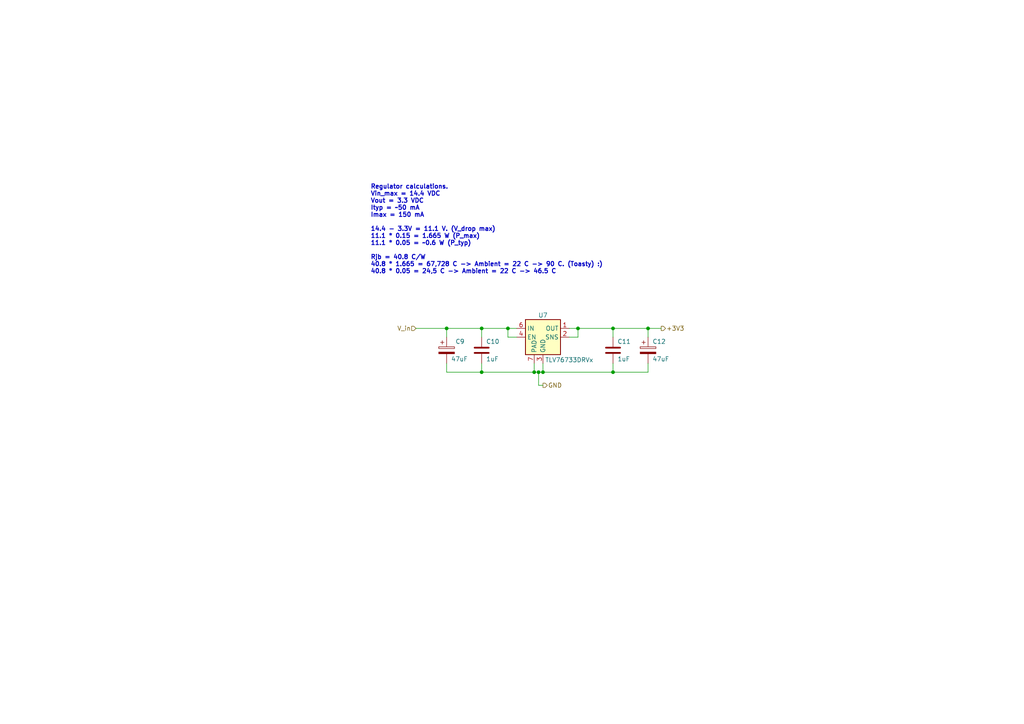
<source format=kicad_sch>
(kicad_sch (version 20231120) (generator "eeschema") (generator_version "8.0")
  (paper "A4")
  (lib_symbols
    (symbol "Device:C" (pin_numbers hide) (pin_names (offset 0.254))
      (property "Reference" "C" (at 0.635 2.54 0))
      (property "Value" "C" (at 0.635 -2.54 0))
      (symbol "C_0_1"
        (polyline (pts (xy -2.032 -0.762) (xy 2.032 -0.762)) (stroke (width 0.508)))
        (polyline (pts (xy -2.032 0.762) (xy 2.032 0.762)) (stroke (width 0.508)))
      )
      (symbol "C_1_1"
        (pin passive line (at 0 3.81 270) (length 2.794) (name "~") (number "1"))
        (pin passive line (at 0 -3.81 90) (length 2.794) (name "~") (number "2"))
      )
    )
    (symbol "Device:C_Polarized" (pin_numbers hide) (pin_names (offset 0.254))
      (property "Reference" "C" (at 0.635 2.54 0))
      (property "Value" "C_Polarized" (at 0.635 -2.54 0))
      (symbol "C_Polarized_0_1"
        (rectangle (start -2.286 0.508) (end 2.286 1.016))
        (polyline (pts (xy -1.778 2.286) (xy -0.762 2.286)))
        (polyline (pts (xy -1.27 2.794) (xy -1.27 1.778)))
        (rectangle (start 2.286 -0.508) (end -2.286 -1.016) (fill (type outline)))
      )
      (symbol "C_Polarized_1_1"
        (pin passive line (at 0 3.81 270) (length 2.794) (name "~") (number "1"))
        (pin passive line (at 0 -3.81 90) (length 2.794) (name "~") (number "2"))
      )
    )
    (symbol "Regulator_Linear:TLV76733DRVx"
      (property "Reference" "U" (at 0 8.89 0))
      (property "Value" "TLV76733DRVx" (at 0 6.35 0))
      (symbol "TLV76733DRVx_0_1"
        (rectangle (start -5.08 -5.08) (end 5.08 5.08) (stroke (width 0.254)) (fill (type background)))
      )
      (symbol "TLV76733DRVx_1_1"
        (pin power_out line (at 7.62 2.54 180) (length 2.54) (name "OUT") (number "1"))
        (pin input line (at 7.62 0 180) (length 2.54) (name "SNS") (number "2"))
        (pin power_in line (at 0 -7.62 90) (length 2.54) (name "GND") (number "3"))
        (pin input line (at -7.62 0 0) (length 2.54) (name "EN") (number "4"))
        (pin passive line (at 0 -7.62 90) (length 2.54) hide (name "GND") (number "5"))
        (pin power_in line (at -7.62 2.54 0) (length 2.54) (name "IN") (number "6"))
        (pin passive line (at -2.54 -7.62 90) (length 2.54) (name "PAD") (number "7"))
      )
    )
  )
  (junction (at 147.32 95.25))
  (junction (at 157.48 107.95))
  (junction (at 129.54 95.25))
  (junction (at 156.21 107.95))
  (junction (at 139.7 95.25))
  (junction (at 167.64 95.25))
  (junction (at 177.8 107.95))
  (junction (at 154.94 107.95))
  (junction (at 139.7 107.95))
  (junction (at 177.8 95.25))
  (junction (at 187.96 95.25))
  (wire (pts (xy 165.1 95.25) (xy 167.64 95.25)))
  (wire (pts (xy 167.64 97.79) (xy 167.64 95.25)))
  (wire (pts (xy 157.48 105.41) (xy 157.48 107.95)))
  (wire (pts (xy 165.1 97.79) (xy 167.64 97.79)))
  (wire (pts (xy 139.7 107.95) (xy 129.54 107.95)))
  (wire (pts (xy 129.54 95.25) (xy 139.7 95.25)))
  (wire (pts (xy 120.65 95.25) (xy 129.54 95.25)))
  (wire (pts (xy 156.21 107.95) (xy 157.48 107.95)))
  (wire (pts (xy 154.94 107.95) (xy 156.21 107.95)))
  (wire (pts (xy 157.48 107.95) (xy 177.8 107.95)))
  (wire (pts (xy 139.7 107.95) (xy 154.94 107.95)))
  (wire (pts (xy 147.32 97.79) (xy 147.32 95.25)))
  (wire (pts (xy 177.8 107.95) (xy 177.8 105.41)))
  (wire (pts (xy 187.96 95.25) (xy 191.77 95.25)))
  (wire (pts (xy 177.8 97.79) (xy 177.8 95.25)))
  (wire (pts (xy 187.96 97.79) (xy 187.96 95.25)))
  (wire (pts (xy 139.7 95.25) (xy 139.7 97.79)))
  (wire (pts (xy 167.64 95.25) (xy 177.8 95.25)))
  (wire (pts (xy 187.96 95.25) (xy 177.8 95.25)))
  (wire (pts (xy 177.8 107.95) (xy 187.96 107.95)))
  (wire (pts (xy 139.7 105.41) (xy 139.7 107.95)))
  (wire (pts (xy 187.96 105.41) (xy 187.96 107.95)))
  (wire (pts (xy 129.54 95.25) (xy 129.54 97.79)))
  (wire (pts (xy 154.94 105.41) (xy 154.94 107.95)))
  (wire (pts (xy 147.32 95.25) (xy 149.86 95.25)))
  (wire (pts (xy 156.21 111.76) (xy 157.48 111.76)))
  (wire (pts (xy 149.86 97.79) (xy 147.32 97.79)))
  (wire (pts (xy 129.54 105.41) (xy 129.54 107.95)))
  (wire (pts (xy 156.21 107.95) (xy 156.21 111.76)))
  (wire (pts (xy 139.7 95.25) (xy 147.32 95.25)))
  (text "Regulator calculations.\nVin_max = 14.4 VDC\nVout = 3.3 VDC\nItyp = ~50 mA\nImax = 150 mA\n\n14.4 - 3.3V = 11.1 V. (V_drop max)\n11.1 * 0.15 = 1.665 W (P_max)\n11.1 * 0.05 = ~0.6 W (P_typ)\n\nRjb = 40.8 C/W\n40.8 * 1.665 = 67,728 C -> Ambient = 22 C -> 90 C. (Toasty) :)\n40.8 * 0.05 = 24,5 C -> Ambient = 22 C -> 46.5 C\n\n" (at 107.442 67.564 0) (effects (font (size 1.27 1.27) (thickness 0.254) (bold yes)) (justify left)))
  (hierarchical_label "V_in" (shape input) (at 120.65 95.25 180))
  (hierarchical_label "GND" (shape output) (at 157.48 111.76 0))
  (hierarchical_label "+3V3" (shape output) (at 191.77 95.25 0))
  (symbol (lib_id "Regulator_Linear:TLV76733DRVx") (at 157.48 97.79 0) (unit 1)
    (property "Reference" "U7" (at 157.48 91.44 0))
    (property "Value" "TLV76733DRVx" (at 165.1 104.394 0))
    (property "Footprint" "Package_SON:WSON-6-1EP_2x2mm_P0.65mm_EP1x1.6mm_ThermalVias" (effects (hide yes)))
    (property "Datasheet" "www.ti.com/lit/gpn/TLV767" (effects (hide yes)))
    (property "Description" "1A Precision Linear Voltage Regulator, with enable pin, Fixed Output 3.3V, WSON6" (effects (hide yes)))
  )
  (symbol (lib_id "Device:C_Polarized") (at 129.54 101.6 0) (unit 1)
    (property "Reference" "C9" (at 132.08 99.06 0) (effects (justify left)))
    (property "Value" "47uF" (at 130.81 104.14 0) (effects (justify left)))
    (property "Footprint" "Capacitor_SMD:CP_Elec_6.3x7.7" (effects (hide yes)))
    (property "Datasheet" "https://www.we-online.com/katalog/datasheet/865080645012.pdf" (effects (hide yes)))
    (property "Voltage" "50V" (effects (hide yes)))
    (property "MPN" "865080645012" (effects (hide yes)))
  )
  (symbol (lib_id "Device:C_Polarized") (at 187.96 101.6 0) (unit 1)
    (property "Reference" "C12" (at 189.23 99.06 0) (effects (justify left)))
    (property "Value" "47uF" (at 189.23 104.14 0) (effects (justify left)))
    (property "Footprint" "Capacitor_SMD:CP_Elec_6.3x7.7" (effects (hide yes)))
    (property "Datasheet" "https://www.we-online.com/katalog/datasheet/865080645012.pdf" (effects (hide yes)))
    (property "Voltage" "50V" (effects (hide yes)))
    (property "MPN" "865080645012" (effects (hide yes)))
  )
  (symbol (lib_id "Device:C") (at 177.8 101.6 0) (unit 1)
    (property "Reference" "C11" (at 179.07 99.06 0) (effects (justify left)))
    (property "Value" "1uF" (at 179.07 104.14 0) (effects (justify left)))
    (property "Footprint" "Capacitor_SMD:C_0603_1608Metric" (effects (hide yes)))
    (property "Voltage" "50V" (effects (hide yes)))
  )
  (symbol (lib_id "Device:C") (at 139.7 101.6 0) (unit 1)
    (property "Reference" "C10" (at 140.97 99.06 0) (effects (justify left)))
    (property "Value" "1uF" (at 140.97 104.14 0) (effects (justify left)))
    (property "Footprint" "Capacitor_SMD:C_0603_1608Metric" (effects (hide yes)))
    (property "Voltage" "50V" (effects (hide yes)))
  )
)
</source>
